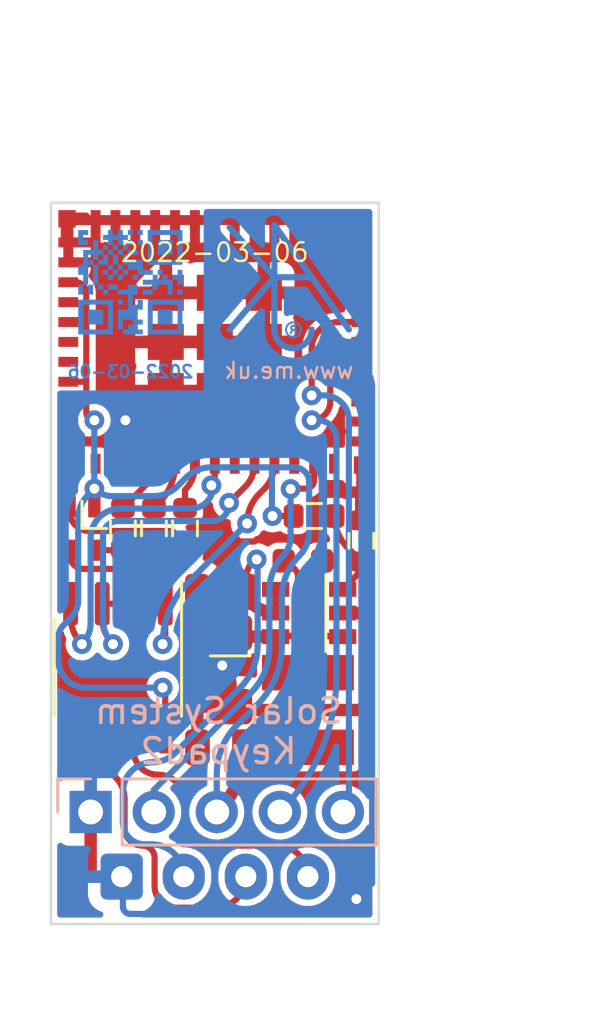
<source format=kicad_pcb>
(kicad_pcb (version 20211014) (generator pcbnew)
  (title_block (title "Generic ESP32 with GPIO") (date "${DATE}") (rev "5") (company "Adrian Kennard Andrews & Arnold Ltd") (comment 1 "www.me.uk") (comment 2 "@TheRealRevK"))
  (layers (0 "F.Cu" signal) (31 "B.Cu" signal) (34 "B.Paste" user) (35 "F.Paste" user) (36 "B.SilkS" user "B.Silkscreen") (37 "F.SilkS" user "F.Silkscreen") (38 "B.Mask" user) (39 "F.Mask" user) (44 "Edge.Cuts" user))
  (property "DATE" "2022-03-06")
  (net 0 "")
  (net 1 "GND")
  (net 2 "+3V3")
  (net 3 "GPIO0")
  (net 4 "O")
  (net 5 "I")
  (net 6 "Net-(R4-Pad2)")
  (net 16 "Net-(J1-Pad4)")
  (net 17 "Net-(J1-Pad3)")
  (net 18 "+12V")
  (net 20 "G")
  (net 21 "R")
  (net 22 "B")
  (net 24 "TX")
  (net 25 "RX")
  (net 26 "DE")
  (net 27 "Net-(D1-Pad4)")
  (net 28 "Net-(D1-Pad3)")
  (net 29 "Net-(D1-Pad2)")
  (footprint "RevK:Hidden" (layer "F.Cu") (at 167.85 115.9)
    (fp_text reference "C3" hide)
    (fp_text value "10uF")
  )
  (footprint "RevK:Hidden" (layer "F.Cu") (at 171.15 108.4)
    (fp_text reference "C1" hide)
    (fp_text value "0.1uF")
  )
  (footprint "RevK:R_0603" (layer "F.Cu") (at 166.4 107.1 90)
    (fp_text reference "R3" hide)
    (fp_text value "220R")
    (fp_line (start -0.3 -0.5) (end 0.3 -0.5) (layer "F.SilkS") (width 0.12))
    (fp_line (start -0.3 0.5) (end 0.3 0.5) (layer "F.SilkS") (width 0.12))
    (pad "1" smd roundrect (at -0.825 0 90) (size 0.8 0.95) (layers "F.Cu" "F.Paste" "F.Mask") (net 27 "Net-(D1-Pad4)"))
    (pad "2" smd roundrect (at 0.825 0 90) (size 0.8 0.95) (layers "F.Cu" "F.Paste" "F.Mask") (net 22 "B"))
  )
  (footprint "RevK:ESP32-PICO-MINI-02" (layer "F.Cu") (at 167.6 99.6)
    (fp_text reference "U2" hide)
    (fp_text value "ESP32-PICO-MINI-02")
    (fp_text user "${DATE}" (at 0 -3.6 unlocked) (layer "F.SilkS") (effects (font (size 0.75 0.75) (thickness 0.1))))
    (pad "1" smd rect (at -5.9 -4) (size 0.8 0.4) (layers "F.Cu" "F.Paste" "F.Mask") (net 1 "GND"))
    (pad "2" smd rect (at -5.9 -3.2) (size 0.8 0.4) (layers "F.Cu" "F.Paste" "F.Mask") (net 1 "GND"))
    (pad "3" smd rect (at -5.9 -2.4) (size 0.8 0.4) (layers "F.Cu" "F.Paste" "F.Mask") (net 2 "+3V3"))
    (pad "4" smd rect (at -5.9 -1.6) (size 0.8 0.4) (layers "F.Cu" "F.Paste" "F.Mask"))
    (pad "5" smd rect (at -5.9 -0.8) (size 0.8 0.4) (layers "F.Cu" "F.Paste" "F.Mask"))
    (pad "6" smd rect (at -5.9 0) (size 0.8 0.4) (layers "F.Cu" "F.Paste" "F.Mask"))
    (pad "7" smd rect (at -5.9 0.8) (size 0.8 0.4) (layers "F.Cu" "F.Paste" "F.Mask"))
    (pad "8" smd rect (at -5.9 1.6) (size 0.8 0.4) (layers "F.Cu" "F.Paste" "F.Mask") (net 2 "+3V3"))
    (pad "9" smd rect (at -5.9 2.4) (size 0.8 0.4) (layers "F.Cu" "F.Paste" "F.Mask"))
    (pad "10" smd rect (at -5.9 3.2) (size 0.8 0.4) (layers "F.Cu" "F.Paste" "F.Mask"))
    (pad "11" smd rect (at -5.9 4) (size 0.8 0.4) (layers "F.Cu" "F.Paste" "F.Mask") (net 1 "GND"))
    (pad "12" smd rect (at -4.8 4.9) (size 0.4 0.8) (layers "F.Cu" "F.Paste" "F.Mask"))
    (pad "13" smd rect (at -4 4.9) (size 0.4 0.8) (layers "F.Cu" "F.Paste" "F.Mask"))
    (pad "14" smd rect (at -3.2 4.9) (size 0.4 0.8) (layers "F.Cu" "F.Paste" "F.Mask") (net 1 "GND"))
    (pad "15" smd rect (at -2.4 4.9) (size 0.4 0.8) (layers "F.Cu" "F.Paste" "F.Mask") (net 21 "R"))
    (pad "16" smd rect (at -1.6 4.9) (size 0.4 0.8) (layers "F.Cu" "F.Paste" "F.Mask") (net 20 "G"))
    (pad "17" smd rect (at -0.8 4.9) (size 0.4 0.8) (layers "F.Cu" "F.Paste" "F.Mask") (net 22 "B"))
    (pad "18" smd rect (at 0 4.9) (size 0.4 0.8) (layers "F.Cu" "F.Paste" "F.Mask") (net 24 "TX"))
    (pad "19" smd rect (at 0.8 4.9) (size 0.4 0.8) (layers "F.Cu" "F.Paste" "F.Mask"))
    (pad "20" smd rect (at 1.6 4.9) (size 0.4 0.8) (layers "F.Cu" "F.Paste" "F.Mask") (net 26 "DE"))
    (pad "21" smd rect (at 2.4 4.9) (size 0.4 0.8) (layers "F.Cu" "F.Paste" "F.Mask") (net 25 "RX"))
    (pad "22" smd rect (at 3.2 4.9) (size 0.4 0.8) (layers "F.Cu" "F.Paste" "F.Mask"))
    (pad "23" smd rect (at 4 4.9) (size 0.4 0.8) (layers "F.Cu" "F.Paste" "F.Mask") (net 3 "GPIO0"))
    (pad "24" smd rect (at 4.8 4.9) (size 0.4 0.8) (layers "F.Cu" "F.Paste" "F.Mask"))
    (pad "25" smd rect (at 5.9 4) (size 0.8 0.4) (layers "F.Cu" "F.Paste" "F.Mask"))
    (pad "26" smd rect (at 5.9 3.2) (size 0.8 0.4) (layers "F.Cu" "F.Paste" "F.Mask"))
    (pad "27" smd rect (at 5.9 2.4) (size 0.8 0.4) (layers "F.Cu" "F.Paste" "F.Mask"))
    (pad "28" smd rect (at 5.9 1.6) (size 0.8 0.4) (layers "F.Cu" "F.Paste" "F.Mask"))
    (pad "29" smd rect (at 5.9 0.8) (size 0.8 0.4) (layers "F.Cu" "F.Paste" "F.Mask"))
    (pad "30" smd rect (at 5.9 0) (size 0.8 0.4) (layers "F.Cu" "F.Paste" "F.Mask") (net 5 "I"))
    (pad "31" smd rect (at 5.9 -0.8) (size 0.8 0.4) (layers "F.Cu" "F.Paste" "F.Mask") (net 4 "O"))
    (pad "32" smd rect (at 5.9 -1.6) (size 0.8 0.4) (layers "F.Cu" "F.Paste" "F.Mask"))
    (pad "33" smd rect (at 5.9 -2.4) (size 0.8 0.4) (layers "F.Cu" "F.Paste" "F.Mask"))
    (pad "34" smd rect (at 5.9 -3.2) (size 0.8 0.4) (layers "F.Cu" "F.Paste" "F.Mask"))
    (pad "35" smd rect (at 5.9 -4) (size 0.8 0.4) (layers "F.Cu" "F.Paste" "F.Mask"))
    (pad "36" smd rect (at 4.8 -4.9) (size 0.4 0.8) (layers "F.Cu" "F.Paste" "F.Mask") (net 1 "GND"))
    (pad "37" smd rect (at 4 -4.9) (size 0.4 0.8) (layers "F.Cu" "F.Paste" "F.Mask") (net 1 "GND"))
    (pad "38" smd rect (at 3.2 -4.9) (size 0.4 0.8) (layers "F.Cu" "F.Paste" "F.Mask") (net 1 "GND"))
    (pad "39" smd rect (at 2.4 -4.9) (size 0.4 0.8) (layers "F.Cu" "F.Paste" "F.Mask") (net 1 "GND"))
    (pad "40" smd rect (at 1.6 -4.9) (size 0.4 0.8) (layers "F.Cu" "F.Paste" "F.Mask") (net 1 "GND"))
    (pad "41" smd rect (at 0.8 -4.9) (size 0.4 0.8) (layers "F.Cu" "F.Paste" "F.Mask") (net 1 "GND"))
    (pad "42" smd rect (at 0 -4.9) (size 0.4 0.8) (layers "F.Cu" "F.Paste" "F.Mask") (net 1 "GND"))
    (pad "43" smd rect (at -0.8 -4.9) (size 0.4 0.8) (layers "F.Cu" "F.Paste" "F.Mask") (net 1 "GND"))
    (pad "44" smd rect (at -1.6 -4.9) (size 0.4 0.8) (layers "F.Cu" "F.Paste" "F.Mask") (net 1 "GND"))
    (pad "45" smd rect (at -2.4 -4.9) (size 0.4 0.8) (layers "F.Cu" "F.Paste" "F.Mask") (net 1 "GND"))
    (pad "46" smd rect (at -3.2 -4.9) (size 0.4 0.8) (layers "F.Cu" "F.Paste" "F.Mask") (net 1 "GND"))
    (pad "47" smd rect (at -4 -4.9) (size 0.4 0.8) (layers "F.Cu" "F.Paste" "F.Mask") (net 1 "GND"))
    (pad "48" smd rect (at -4.8 -4.9) (size 0.4 0.8) (layers "F.Cu" "F.Paste" "F.Mask") (net 1 "GND"))
    (pad "49" smd roundrect (at -1.975 -1.975) (size 1.45 1.45) (layers "F.Cu" "F.Paste" "F.Mask") (roundrect_rratio 0) (chamfer_ratio 0.41) (chamfer top_left) (net 1 "GND"))
    (pad "49" smd rect (at 0 1.975) (size 1.45 1.45) (layers "F.Cu" "F.Paste" "F.Mask") (net 1 "GND"))
    (pad "49" smd rect (at 1.975 1.975) (size 1.45 1.45) (layers "F.Cu" "F.Paste" "F.Mask") (net 1 "GND"))
    (pad "49" smd rect (at -1.975 0) (size 1.45 1.45) (layers "F.Cu" "F.Paste" "F.Mask") (net 1 "GND"))
    (pad "49" smd rect (at 1.975 -1.975) (size 1.45 1.45) (layers "F.Cu" "F.Paste" "F.Mask") (net 1 "GND"))
    (pad "49" smd rect (at -1.975 1.975) (size 1.45 1.45) (layers "F.Cu" "F.Paste" "F.Mask") (net 1 "GND"))
    (pad "49" smd rect (at 0 -1.975) (size 1.45 1.45) (layers "F.Cu" "F.Paste" "F.Mask") (net 1 "GND"))
    (pad "49" smd rect (at 0 0) (size 1.45 1.45) (layers "F.Cu" "F.Paste" "F.Mask") (net 1 "GND"))
    (pad "49" smd rect (at 1.975 0) (size 1.45 1.45) (layers "F.Cu" "F.Paste" "F.Mask") (net 1 "GND"))
    (pad "50" smd rect (at 5.95 -4.95) (size 0.7 0.7) (layers "F.Cu" "F.Paste" "F.Mask") (net 1 "GND"))
    (pad "51" smd rect (at 5.95 4.95) (size 0.7 0.7) (layers "F.Cu" "F.Paste" "F.Mask") (net 1 "GND"))
    (pad "52" smd rect (at -5.95 4.95) (size 0.7 0.7) (layers "F.Cu" "F.Paste" "F.Mask") (net 1 "GND"))
    (pad "53" smd rect (at -5.95 -4.95) (size 0.7 0.7) (layers "F.Cu" "F.Paste" "F.Mask") (net 1 "GND"))
    (zone (net 0) (net_name "") (layer "F.Cu") (connect_pads (clearance 0)) (min_thickness 0.01)
      (keepout (tracks not_allowed) (vias not_allowed) (pads not_allowed) (copperpour not_allowed) (footprints allowed))
      (fill (thermal_gap 0.508) (thermal_bridge_width 0.508))
      (polygon (pts (xy 161 88.6) (xy 174.2 88.6) (xy 174.2 94) (xy 161 94)))
    )
    (zone (net 0) (net_name "") (layer "B.Cu") (connect_pads (clearance 0)) (min_thickness 0.01)
      (keepout (tracks not_allowed) (vias not_allowed) (pads not_allowed) (copperpour not_allowed) (footprints allowed))
      (fill (thermal_gap 0.508) (thermal_bridge_width 0.508))
      (polygon (pts (xy 161 88.6) (xy 174.2 88.6) (xy 174.2 94) (xy 161 94)))
    )
  )
  (footprint "RevK:Hidden" (layer "F.Cu") (at 167.85 109.65)
    (fp_text reference "C2" hide)
    (fp_text value "2.2uF")
  )
  (footprint "RevK:Molex_MiniSPOX_H4V" (layer "F.Cu") (at 167.6 121.1)
    (fp_text reference "J1" hide)
    (fp_text value "Keypad")
    (pad "1" thru_hole roundrect (at -3.75 0) (size 1.7 1.85) (drill 0.85) (layers *.Cu *.Mask) (roundrect_rratio 0.1470588235) (net 1 "GND"))
    (pad "2" thru_hole oval (at -1.25 0) (size 1.7 1.85) (drill 0.85) (layers *.Cu *.Mask) (net 18 "+12V"))
    (pad "3" thru_hole oval (at 1.25 0) (size 1.7 1.85) (drill 0.85) (layers *.Cu *.Mask) (net 17 "Net-(J1-Pad3)"))
    (pad "4" thru_hole oval (at 3.75 0) (size 1.7 1.85) (drill 0.85) (layers *.Cu *.Mask) (net 16 "Net-(J1-Pad4)"))
  )
  (footprint "RevK:R_0603" (layer "F.Cu") (at 171.6 106.6)
    (fp_text reference "R4" hide)
    (fp_text value "10M 1% or 0R")
    (fp_line (start -0.3 0.5) (end 0.3 0.5) (layer "F.SilkS") (width 0.12))
    (fp_line (start -0.3 -0.5) (end 0.3 -0.5) (layer "F.SilkS") (width 0.12))
    (pad "1" smd roundrect (at -0.825 0) (size 0.8 0.95) (layers "F.Cu" "F.Paste" "F.Mask") (net 2 "+3V3"))
    (pad "2" smd roundrect (at 0.825 0) (size 0.8 0.95) (layers "F.Cu" "F.Paste" "F.Mask") (net 6 "Net-(R4-Pad2)"))
  )
  (footprint "Package_SO:SO-8_3.9x4.9mm_P1.27mm" (layer "F.Cu") (at 163.7 112.7 -90)
    (fp_text reference "U1" hide)
    (fp_text value "SP3485")
    (fp_line (start 0 -2.56) (end 1.95 -2.56) (layer "F.SilkS") (width 0.12))
    (fp_line (start 0 2.56) (end 1.95 2.56) (layer "F.SilkS") (width 0.12))
    (fp_line (start 0 2.56) (end -1.95 2.56) (layer "F.SilkS") (width 0.12))
    (fp_line (start 0 -2.56) (end -3.45 -2.56) (layer "F.SilkS") (width 0.12))
    (pad "1" smd roundrect (at -2.575 -1.905 270) (size 1.75 0.6) (layers "F.Cu" "F.Paste" "F.Mask") (net 25 "RX"))
    (pad "2" smd roundrect (at -2.575 -0.635 270) (size 1.75 0.6) (layers "F.Cu" "F.Paste" "F.Mask") (net 26 "DE"))
    (pad "3" smd roundrect (at -2.575 0.635 270) (size 1.75 0.6) (layers "F.Cu" "F.Paste" "F.Mask") (net 26 "DE"))
    (pad "4" smd roundrect (at -2.575 1.905 270) (size 1.75 0.6) (layers "F.Cu" "F.Paste" "F.Mask") (net 24 "TX"))
    (pad "5" smd roundrect (at 2.575 1.905 270) (size 1.75 0.6) (layers "F.Cu" "F.Paste" "F.Mask") (net 1 "GND"))
    (pad "6" smd roundrect (at 2.575 0.635 270) (size 1.75 0.6) (layers "F.Cu" "F.Paste" "F.Mask") (net 17 "Net-(J1-Pad3)"))
    (pad "7" smd roundrect (at 2.575 -0.635 270) (size 1.75 0.6) (layers "F.Cu" "F.Paste" "F.Mask") (net 16 "Net-(J1-Pad4)"))
    (pad "8" smd roundrect (at 2.575 -1.905 270) (size 1.75 0.6) (layers "F.Cu" "F.Paste" "F.Mask") (net 2 "+3V3"))
  )
  (footprint "RevK:Hidden" (layer "F.Cu") (at 168.23 112.78 90)
    (fp_text reference "D2" hide)
    (fp_text value "Schottky")
  )
  (footprint "RevK:LED-RGB-1.6x1.6" (layer "F.Cu") (at 162.25 107.1 90)
    (fp_text reference "D1" hide)
    (fp_text value "LED_RGBA")
    (fp_line (start 0 0) (end 0 1) (layer "F.SilkS") (width 0.12))
    (fp_line (start 1.1 0) (end 0 0) (layer "F.SilkS") (width 0.12))
    (pad "1" smd rect (at 0.875 0.5 90) (size 0.85 0.5) (layers "F.Cu" "F.Paste" "F.Mask") (net 2 "+3V3"))
    (pad "2" smd rect (at -0.875 0.5 90) (size 0.85 0.5) (layers "F.Cu" "F.Paste" "F.Mask") (net 29 "Net-(D1-Pad2)"))
    (pad "3" smd rect (at -0.875 -0.5 90) (size 0.85 0.5) (layers "F.Cu" "F.Paste" "F.Mask") (net 28 "Net-(D1-Pad3)"))
    (pad "4" smd rect (at 0.875 -0.5 90) (size 0.85 0.5) (layers "F.Cu" "F.Paste" "F.Mask") (net 27 "Net-(D1-Pad4)"))
  )
  (footprint "RevK:RegulatorBlockFB" (layer "F.Cu") (at 171.4 110.5 -90)
    (fp_text reference "U3" hide)
    (fp_text value "LMR16006+FB")
    (fp_line (start -1.55 -0.675) (end 1.55 -0.675) (layer "F.SilkS") (width 0.12))
    (fp_line (start 1.725 2.375) (end 1.725 3.975) (layer "F.SilkS") (width 0.12))
    (pad "" smd rect (at 0.95 1.35) (size 1.1 0.6) (layers "F.Cu" "F.Paste" "F.Mask") (clearance 0.2))
    (pad "" smd rect (at 1.9 1.35 270) (size 2 0.5) (layers "F.Cu") (clearance 0.2))
    (pad "" smd custom (at -0.8 -0.45 270) (size 2.6 0.25) (layers "F.Cu") (clearance 0.2) (options (clearance outline) (anchor rect)) (primitives (gr_arc (start 1.75 -0.45) (mid 1.618198 -0.131802) (end 1.3 0) (width 0.25))))
    (pad "" smd roundrect (at -2.1 1.025) (size 0.9 0.95) (layers "F.Cu" "F.Paste" "F.Mask"))
    (pad "" smd roundrect (at 0.7975 3.17 270) (size 1.425 1.75) (layers "F.Cu" "F.Paste" "F.Mask") (roundrect_rratio 0.175) (clearance 0.2))
    (pad "" smd rect (at 0.95 2.3) (size 2 0.5) (layers "F.Cu") (clearance 0.2))
    (pad "" smd roundrect (at -2.1 -0.525) (size 0.9 0.95) (layers "F.Cu" "F.Paste" "F.Mask"))
    (pad "" smd custom (at -0.475 0.45 270) (size 1.95 0.25) (layers "F.Cu") (clearance 0.2) (options (clearance outline) (anchor rect)) (primitives (gr_arc (start 0.975 0) (mid 1.293198 0.131802) (end 1.425 0.45) (width 0.25)) (gr_arc (start -1.425 0.45) (mid -1.293198 0.131802) (end -0.975 0) (width 0.25))))
    (pad "" smd rect (at 2.4 0.05) (size 3.7 1.425) (layers "F.Cu" "F.Mask") (clearance 0.2))
    (pad "" smd rect (at 0.95 -1.35) (size 1.1 0.6) (layers "F.Cu" "F.Paste" "F.Mask") (clearance 0.2))
    (pad "1" smd rect (at -0.95 1.35) (size 1.1 0.6) (layers "F.Cu" "F.Paste" "F.Mask") (net 18 "+12V") (clearance 0.2))
    (pad "2" smd custom (at -1.06 2.55 270) (size 0.1 0.1) (layers "F.Cu") (net 18 "+12V") (options (clearance outline) (anchor rect)) (primitives (gr_arc (start 1 -1) (mid 0.707108 -0.292894) (end 0.000002 0) (width 0.5))))
    (pad "2" smd rect (at 0 1.35) (size 1.1 0.6) (layers "F.Cu" "F.Paste" "F.Mask") (net 18 "+12V") (clearance 0.2))
    (pad "2" smd roundrect (at -0.85 2.6 180) (size 1 1.45) (layers "F.Cu" "F.Paste" "F.Mask") (net 18 "+12V") (clearance 0.2))
    (pad "3" smd roundrect (at 3.7625 3.17 270) (size 1.425 1.75) (layers "F.Cu" "F.Paste" "F.Mask") (roundrect_rratio 0.175) (net 1 "GND") (clearance 0.2))
    (pad "3" smd roundrect (at -0.85 4.5 180) (size 1 1.45) (layers "F.Cu" "F.Paste" "F.Mask") (net 1 "GND"))
    (pad "3" smd roundrect (at 5.4 4.5 180) (size 1 1.45) (layers "F.Cu" "F.Paste" "F.Mask") (net 1 "GND"))
    (pad "3" smd custom (at -1.1 4.5 270) (size 0.1 0.1) (layers "F.Cu") (net 1 "GND") (clearance 0.2) (options (clearance outline) (anchor rect)) (primitives (gr_line (start 0 0) (end 6.6 0) (width 0.5)) (gr_line (start 4.8625 0) (end 4.8625 -1.6) (width 0.5)) (gr_line (start 5 -1.6) (end 5 -6.4) (width 0.5)) (gr_arc (start 4.55 -6.85) (mid 4.868198 -6.718198) (end 5 -6.4) (width 0.5)) (gr_line (start 4.55 -6.85) (end 1.55 -6.85) (width 0.5)) (gr_arc (start 1.1 -6.4) (mid 1.231802 -6.718198) (end 1.55 -6.85) (width 0.5)) (gr_line (start 1.1 -6.4) (end 1.1 -5.9) (width 0.5))))
    (pad "3" smd rect (at 0 -1.35) (size 1.1 0.6) (layers "F.Cu" "F.Paste" "F.Mask") (net 1 "GND") (clearance 0.2))
    (pad "4" smd roundrect (at 5.4 2.6 180) (size 1 1.45) (layers "F.Cu" "F.Paste" "F.Mask") (net 2 "+3V3") (clearance 0.2))
    (pad "4" smd rect (at 5.4 0.05) (size 3.7 1.425) (layers "F.Cu" "F.Mask") (net 2 "+3V3"))
    (pad "4" smd rect (at 5.4 0.8 270) (size 0.5 4) (layers "F.Cu") (net 2 "+3V3"))
    (pad "5" smd rect (at -0.95 -1.35) (size 1.1 0.6) (layers "F.Cu" "F.Paste" "F.Mask") (net 6 "Net-(R4-Pad2)") (clearance 0.2))
  )
  (footprint "RevK:R_0603" (layer "F.Cu") (at 173.5 107.6 -90)
    (fp_text reference "R5" hide)
    (fp_text value "3M 1% or NF")
    (fp_line (start -0.3 -0.5) (end 0.3 -0.5) (layer "F.SilkS") (width 0.12))
    (fp_line (start -0.3 0.5) (end 0.3 0.5) (layer "F.SilkS") (width 0.12))
    (pad "1" smd roundrect (at -0.825 0 270) (size 0.8 0.95) (layers "F.Cu" "F.Paste" "F.Mask") (net 1 "GND"))
    (pad "2" smd roundrect (at 0.825 0 270) (size 0.8 0.95) (layers "F.Cu" "F.Paste" "F.Mask") (net 6 "Net-(R4-Pad2)"))
  )
  (footprint "RevK:R_0603" (layer "F.Cu") (at 165.15 107.1 90)
    (fp_text reference "R2" hide)
    (fp_text value "2K")
    (fp_line (start -0.3 0.5) (end 0.3 0.5) (layer "F.SilkS") (width 0.12))
    (fp_line (start -0.3 -0.5) (end 0.3 -0.5) (layer "F.SilkS") (width 0.12))
    (pad "1" smd roundrect (at -0.825 0 90) (size 0.8 0.95) (layers "F.Cu" "F.Paste" "F.Mask") (net 28 "Net-(D1-Pad3)"))
    (pad "2" smd roundrect (at 0.825 0 90) (size 0.8 0.95) (layers "F.Cu" "F.Paste" "F.Mask") (net 20 "G"))
  )
  (footprint "RevK:R_0603" (layer "F.Cu") (at 163.9 107.1 90)
    (fp_text reference "R1" hide)
    (fp_text value "680R")
    (fp_line (start -0.3 0.5) (end 0.3 0.5) (layer "F.SilkS") (width 0.12))
    (fp_line (start -0.3 -0.5) (end 0.3 -0.5) (layer "F.SilkS") (width 0.12))
    (pad "1" smd roundrect (at -0.825 0 90) (size 0.8 0.95) (layers "F.Cu" "F.Paste" "F.Mask") (net 29 "Net-(D1-Pad2)"))
    (pad "2" smd roundrect (at 0.825 0 90) (size 0.8 0.95) (layers "F.Cu" "F.Paste" "F.Mask") (net 21 "R"))
  )
  (footprint "RevK:Hidden" (layer "F.Cu") (at 171.4 114.4 90)
    (fp_text reference "L1" hide)
    (fp_text value "6.8uH")
  )
  (footprint "RevK:AJK" (layer "B.Cu") (at 170 97 180)
    (fp_text reference "Logo1" hide)
    (fp_text value "AJK" hide)
    (fp_text user "www.me.uk" (at -0.58 -3.75 unlocked) (layer "B.SilkS") (effects (font (size 0.65 0.65) (thickness 0.1)) (justify mirror)))
    (fp_line (start 1.8 2) (end 0 0) (layer "B.Cu") (width 0.25))
    (fp_line (start -0.75 -2.11) (end -0.65 -2.25) (layer "B.Cu") (width 0.08))
    (fp_line (start -0.85 -2.11) (end -0.75 -2.11) (layer "B.Cu") (width 0.08))
    (fp_line (start 0 0) (end 1.8 -2.1) (layer "B.Cu") (width 0.25))
    (fp_line (start -0.85 -1.95) (end -0.85 -2.25) (layer "B.Cu") (width 0.08))
    (fp_line (start 0 0) (end -1.5 0) (layer "B.Cu") (width 0.25))
    (fp_line (start -0.85 -1.95) (end -0.75 -1.95) (layer "B.Cu") (width 0.08))
    (fp_line (start 0 2.1) (end -3 -2.1) (layer "B.Cu") (width 0.25))
    (fp_line (start 0 2.1) (end 0 -2.1) (layer "B.Cu") (width 0.25))
    (fp_arc (start -0.75 -2.11) (mid -0.67 -2.03) (end -0.75 -1.95) (layer "B.Cu") (width 0.08))
    (fp_arc (start -1.5 -2.1) (mid -0.75 -2.85) (end 0 -2.1) (layer "B.Cu") (width 0.25))
    (fp_circle (center -0.77 -2.11) (end -0.47 -2.11) (layer "B.Cu") (width 0.08) (fill none))
  )
  (footprint "RevK:QR-SS" (layer "B.Cu") (at 164.2 97.2 180)
    (fp_text reference "U4" hide)
    (fp_text value "QR" hide)
    (fp_text user "${DATE}" (at 0 -3.6) (layer "B.Cu") (effects (font (size 0.5 0.5) (thickness 0.1)) (justify mirror)))
    (pad "" smd rect locked (at 1.4 -2 180) (size 1.4 0.2) (layers "B.Cu") (clearance 0.2))
    (pad "" smd rect locked (at 0.8 0.2 180) (size 0.2 0.2) (layers "B.Cu") (clearance 0.2))
    (pad "" smd rect locked (at -1 0 180) (size 0.2 0.6) (layers "B.Cu") (clearance 0.2))
    (pad "" smd rect locked (at 0 1.6 180) (size 0.2 0.2) (layers "B.Cu") (clearance 0.2))
    (pad "" smd rect locked (at 1.6 0.8 180) (size 0.2 0.2) (layers "B.Cu") (clearance 0.2))
    (pad "" smd rect locked (at 0.4 -1.5 180) (size 0.2 0.8) (layers "B.Cu") (clearance 0.2))
    (pad "" smd rect locked (at -0.8 1.5 180) (size 0.2 1.2) (layers "B.Cu") (clearance 0.2))
    (pad "" smd rect locked (at 0.4 0.2 180) (size 0.2 0.2) (layers "B.Cu") (clearance 0.2))
    (pad "" smd rect locked (at 0.8 -1.3 180) (size 0.2 1.2) (layers "B.Cu") (clearance 0.2))
    (pad "" smd rect locked (at 2 1.9 180) (size 0.2 0.4) (layers "B.Cu") (clearance 0.2))
    (pad "" smd rect locked (at 2 0.5 180) (size 0.2 0.4) (layers "B.Cu") (clearance 0.2))
    (pad "" smd rect locked (at -1.3 0 180) (size 0.4 0.2) (layers "B.Cu") (clearance 0.2))
    (pad "" smd rect locked (at 1 0.4 180) (size 0.2 0.2) (layers "B.Cu") (clearance 0.2))
    (pad "" smd rect locked (at -1.4 0.2 180) (size 0.2 0.2) (layers "B.Cu") (clearance 0.2))
    (pad "" smd rect locked (at -0.2 -1 180) (size 0.6 0.2) (layers "B.Cu") (clearance 0.2))
    (pad "" smd rect locked (at -0.1 1.2 180) (size 0.4 0.2) (layers "B.Cu") (clearance 0.2))
    (pad "" smd rect locked (at -1.6 -0.2 180) (size 0.2 0.6) (layers "B.Cu") (clearance 0.2))
    (pad "" smd rect locked (at 0.2 1.8 180) (size 0.2 0.2) (layers "B.Cu") (clearance 0.2))
    (pad "" smd rect locked (at 1.4 -0.8 180) (size 1 0.2) (layers "B.Cu") (clearance 0.2))
    (pad "" smd rect locked (at 0 -0.5 180) (size 0.2 0.8) (layers "B.Cu") (clearance 0.2))
    (pad "" smd rect locked (at 0.4 -0.8 180) (size 0.2 0.2) (layers "B.Cu") (clearance 0.2))
    (pad "" smd rect locked (at 0.6 1.8 180) (size 0.2 0.2) (layers "B.Cu") (clearance 0.2))
    (pad "" smd rect locked (at -1.8 0.2 180) (size 0.2 0.2) (layers "B.Cu") (clearance 0.2))
    (pad "" smd rect locked (at -1.4 1.4 180) (size 0.6 0.6) (layers "B.Cu") (clearance 0.2))
    (pad "" smd rect locked (at -0.2 -0.3 180) (size 0.2 0.4) (layers "B.Cu") (clearance 0.2))
    (pad "" smd rect locked (at -0.1 -1.8 180) (size 0.4 0.2) (layers "B.Cu") (clearance 0.2))
    (pad "" smd rect locked (at 1.4 1.3 180) (size 0.2 0.8) (layers "B.Cu") (clearance 0.2))
    (pad "" smd rect locked (at 1 1.4 180) (size 0.2 0.2) (layers "B.Cu") (clearance 0.2))
    (pad "" smd rect locked (at -1.4 2 180) (size 1 0.2) (layers "B.Cu") (clearance 0.2))
    (pad "" smd rect locked (at 0 2 180) (size 0.2 0.2) (layers "B.Cu") (clearance 0.2))
    (pad "" smd rect locked (at 2 -1.3 180) (size 0.2 1.2) (layers "B.Cu") (clearance 0.2))
    (pad "" smd rect locked (at 0.8 1.8 180) (size 0.2 0.6) (layers "B.Cu") (clearance 0.2))
    (pad "" smd rect locked (at 1 1.8 180) (size 0.2 0.2) (layers "B.Cu") (clearance 0.2))
    (pad "" smd rect locked (at 0.6 0.9 180) (size 0.2 0.4) (layers "B.Cu") (clearance 0.2))
    (pad "" smd rect locked (at -0.4 1.6 180) (size 0.2 0.2) (layers "B.Cu") (clearance 0.2))
    (pad "" smd rect locked (at 0.2 1.4 180) (size 0.2 0.2) (layers "B.Cu") (clearance 0.2))
    (pad "" smd rect locked (at -2 0.2 180) (size 0.2 0.6) (layers "B.Cu") (clearance 0.2))
    (pad "" smd rect locked (at 1 -0.4 180) (size 0.2 0.2) (layers "B.Cu") (clearance 0.2))
    (pad "" smd rect locked (at 0.3 -0.4 180) (size 0.4 0.2) (layers "B.Cu") (clearance 0.2))
    (pad "" smd rect locked (at 0.8 0.6 180) (size 0.2 0.2) (layers "B.Cu") (clearance 0.2))
    (pad "" smd rect locked (at 1.2 -0.2 180) (size 0.2 0.2) (layers "B.Cu") (clearance 0.2))
    (pad "" smd rect locked (at -0.7 0 180) (size 0.4 0.2) (layers "B.Cu") (clearance 0.2))
    (pad "" smd rect locked (at 0.6 1.4 180) (size 0.2 0.2) (layers "B.Cu") (clearance 0.2))
    (pad "" smd rect locked (at -0.6 0.4 180) (size 0.6 0.2) (layers "B.Cu") (clearance 0.2))
    (pad "" smd rect locked (at 1.6 -0.3 180) (size 0.2 0.4) (layers "B.Cu") (clearance 0.2))
    (pad "" smd rect locked (at 1.1 0.8 180) (size 0.4 0.2) (layers "B.Cu") (clearance 0.2))
    (pad "" smd rect locked (at 1.2 1.2 180) (size 0.2 0.2) (layers "B.Cu") (clearance 0.2))
    (pad "" smd rect locked (at 1.4 -1.4 180) (size 0.6 0.6) (layers "B.Cu") (clearance 0.2))
    (pad "" smd rect locked (at -0.2 0.7 180) (size 0.6 0.4) (layers "B.Cu") (clearance 0.2))
    (pad "" smd rect locked (at 1.4 0.3 180) (size 0.2 0.8) (layers "B.Cu") (clearance 0.2))
    (pad "" smd rect locked (at 0.4 1.8 180) (size 0.2 0.6) (layers "B.Cu") (clearance 0.2))
    (pad "" smd rect locked (at 0.7 -0.2 180) (size 0.4 0.2) (layers "B.Cu") (clearance 0.2))
    (pad "" smd rect locked (at -0.7 -0.4 180) (size 0.4 0.2) (layers "B.Cu") (clearance 0.2))
    (pad "" smd rect locked (at -2 1.5 180) (size 0.2 1.2) (layers "B.Cu") (clearance 0.2))
    (pad "" smd rect locked (at 0.4 0.6 180) (size 0.2 0.2) (layers "B.Cu") (clearance 0.2))
    (pad "" smd rect locked (at -1.4 -2 180) (size 1.4 0.2) (layers "B.Cu") (clearance 0.2))
    (pad "" smd rect locked (at -1.4 -0.8 180) (size 1 0.2) (layers "B.Cu") (clearance 0.2))
    (pad "" smd rect locked (at -0.3 -1.6 180) (size 0.4 0.2) (layers "B.Cu") (clearance 0.2))
    (pad "" smd rect locked (at 1.9 1.6 180) (size 0.4 0.2) (layers "B.Cu") (clearance 0.2))
    (pad "" smd rect locked (at -2 -1.3 180) (size 0.2 1.2) (layers "B.Cu") (clearance 0.2))
    (pad "" smd rect locked (at -0.4 -0.8 180) (size 0.2 0.2) (layers "B.Cu") (clearance 0.2))
    (pad "" smd rect locked (at 0.6 0.4 180) (size 0.2 0.2) (layers "B.Cu") (clearance 0.2))
    (pad "" smd rect locked (at 0 -1.3 180) (size 0.6 0.4) (layers "B.Cu") (clearance 0.2))
    (pad "" smd rect locked (at 1.8 2 180) (size 0.2 0.2) (layers "B.Cu") (clearance 0.2))
    (pad "" smd rect locked (at -0.1 -2 180) (size 0.8 0.2) (layers "B.Cu") (clearance 0.2))
    (pad "" smd rect locked (at 0.8 1.2 180) (size 0.2 0.2) (layers "B.Cu") (clearance 0.2))
    (pad "" smd rect locked (at 1 1 180) (size 0.2 0.2) (layers "B.Cu") (clearance 0.2))
    (pad "" smd rect locked (at -2 -0.4 180) (size 0.2 0.2) (layers "B.Cu") (clearance 0.2))
    (pad "" smd rect locked (at -0.8 -1.3 180) (size 0.2 1.2) (layers "B.Cu") (clearance 0.2))
    (pad "" smd rect locked (at 1.8 0.6 180) (size 0.2 1.4) (layers "B.Cu") (clearance 0.2))
    (pad "" smd rect locked (at -0.2 0.2 180) (size 0.2 0.2) (layers "B.Cu") (clearance 0.2))
    (pad "" smd rect locked (at 0.2 0.4 180) (size 0.2 0.2) (layers "B.Cu") (clearance 0.2))
    (pad "" smd rect locked (at 1.6 1.2 180) (size 0.2 0.2) (layers "B.Cu") (clearance 0.2))
    (pad "" smd rect locked (at -1.4 -1.4 180) (size 0.6 0.6) (layers "B.Cu") (clearance 0.2))
    (pad "" smd rect locked (at 0.2 0.9 180) (size 0.2 0.4) (layers "B.Cu") (clearance 0.2))
    (pad "" smd rect locked (at -1.2 0.4 180) (size 0.2 0.2) (layers "B.Cu") (clearance 0.2))
    (pad "" smd rect locked (at 0.4 1.2 180) (size 0.2 0.2) (layers "B.Cu") (clearance 0.2))
    (pad "" smd rect locked (at -1.4 0.8 180) (size 1.4 0.2) (layers "B.Cu") (clearance 0.2))
    (pad "" smd rect locked (at -0.4 2 180) (size 0.2 0.2) (layers "B.Cu") (clearance 0.2))
    (pad "" smd rect locked (at 2 -0.3 180) (size 0.2 0.4) (layers "B.Cu") (clearance 0.2))
    (zone (net 0) (net_name "") (layer "B.Cu") (connect_pads (clearance 0)) (min_thickness 0.254)
      (keepout (tracks not_allowed) (vias not_allowed) (pads allowed) (copperpour not_allowed) (footprints not_allowed))
      (fill (thermal_gap 0.508) (thermal_bridge_width 0.508))
      (polygon (pts (xy 161.25 101.55) (xy 167.15 101.55) (xy 167.15 94.25) (xy 161.25 94.25)))
    )
  )
  (footprint "Connector_PinHeader_2.54mm:PinHeader_1x05_P2.54mm_Vertical" (layer "B.Cu") (at 162.6 118.5 -90)
    (fp_text reference "J2" hide)
    (fp_text value "Prog")
    (fp_line (start 1.33 -1.27) (end 1.33 -11.49) (layer "B.SilkS") (width 0.12))
    (fp_line (start -1.33 0) (end -1.33 1.33) (layer "B.SilkS") (width 0.12))
    (fp_line (start -1.33 1.33) (end 0 1.33) (layer "B.SilkS") (width 0.12))
    (fp_line (start -1.33 -1.27) (end 1.33 -1.27) (layer "B.SilkS") (width 0.12))
    (fp_line (start -1.33 -1.27) (end -1.33 -11.49) (layer "B.SilkS") (width 0.12))
    (fp_line (start -1.33 -11.49) (end 1.33 -11.49) (layer "B.SilkS") (width 0.12))
    (pad "1" thru_hole rect (at 0 0 270) (size 1.7 1.7) (drill 1) (layers *.Cu *.Mask) (net 1 "GND"))
    (pad "2" thru_hole oval (at 0 -2.54 270) (size 1.7 1.7) (drill 1) (layers *.Cu *.Mask) (net 3 "GPIO0"))
    (pad "3" thru_hole oval (at 0 -5.08 270) (size 1.7 1.7) (drill 1) (layers *.Cu *.Mask) (net 2 "+3V3"))
    (pad "4" thru_hole oval (at 0 -7.62 270) (size 1.7 1.7) (drill 1) (layers *.Cu *.Mask) (net 5 "I"))
    (pad "5" thru_hole oval (at 0 -10.16 270) (size 1.7 1.7) (drill 1) (layers *.Cu *.Mask) (net 4 "O"))
  )
  (gr_line (start 161 94) (end 161 123) (layer "Edge.Cuts") (width 0.1))
  (gr_line (start 161 123) (end 174.2 123) (layer "Edge.Cuts") (width 0.1))
  (gr_line (start 174.2 94) (end 161 94) (layer "Edge.Cuts") (width 0.1))
  (gr_line (start 174.2 123) (end 174.2 94) (layer "Edge.Cuts") (width 0.1))
  (gr_text "Solar System\nKeypad2" (at 167.75 115.25) (layer "B.SilkS") (effects (font (size 1 1)) (justify mirror)))
  (segment (start 171.613919 107.361226) (end 171.669929 107.264214) (width 0.25) (layer "F.Cu") (net 1))
  (segment (start 171.698922 107.15601) (end 171.7 107.1) (width 0.25) (layer "F.Cu") (net 1))
  (segment (start 165.65 99.6) (end 165.65 97.65) (width 0.25) (layer "F.Cu") (net 1))
  (segment (start 167.77099 108.721294) (end 167.882968 108.501524) (width 0.25) (layer "F.Cu") (net 1))
  (segment (start 171.874114 105.874114) (end 171.979561 105.790024) (width 0.25) (layer "F.Cu") (net 1))
  (segment (start 173.3374 105.730338) (end 173.414005 105.785995) (width 0.25) (layer "F.Cu") (net 1))
  (segment (start 168.026264 107.756178) (end 168.075319 107.671212) (width 0.25) (layer "F.Cu") (net 1))
  (segment (start 171.731505 106.101075) (end 171.790024 105.979561) (width 0.25) (layer "F.Cu") (net 1))
  (segment (start 171.979561 105.790024) (end 172.101075 105.731505) (width 0.25) (layer "F.Cu") (net 1))
  (segment (start 167.6 97.65) (end 165.65 97.65) (width 0.25) (layer "F.Cu") (net 1))
  (segment (start 171.273482 107.526518) (end 171.329492 107.52544) (width 0.25) (layer "F.Cu") (net 1))
  (segment (start 172.232565 105.701494) (end 172.3 105.7) (width 0.25) (layer "F.Cu") (net 1))
  (segment (start 168.373482 107.526518) (end 168.501918 107.526518) (width 0.25) (layer "F.Cu") (net 1))
  (segment (start 169.200099 107.624501) (end 169.298082 107.526518) (width 0.25) (layer "F.Cu") (net 1))
  (segment (start 171.437696 107.496447) (end 171.534708 107.440437) (width 0.25) (layer "F.Cu") (net 1))
  (segment (start 173.2 105.7) (end 173.247345 105.701077) (width 0.25) (layer "F.Cu") (net 1))
  (segment (start 168.075319 107.671212) (end 168.144694 107.601837) (width 0.25) (layer "F.Cu") (net 1))
  (segment (start 167.882968 108.501524) (end 167.959188 108.266943) (width 0.25) (layer "F.Cu") (net 1))
  (segment (start 166.9 109.65) (end 167.540381 109.00962) (width 0.25) (layer "F.Cu") (net 1))
  (segment (start 167.626011 108.92084) (end 167.77099 108.721294) (width 0.25) (layer "F.Cu") (net 1))
  (segment (start 162.6 121.1) (end 163.85 121.1) (width 0.5) (layer "F.Cu") (net 1))
  (segment (start 172.3 105.7) (end 173.2 105.7) (width 0.25) (layer "F.Cu") (net 1))
  (segment (start 168.000872 107.850945) (end 168.026264 107.756178) (width 0.25) (layer "F.Cu") (net 1))
  (segment (start 168.599901 107.624501) (end 169.200099 107.624501) (width 0.25) (layer "F.Cu") (net 1))
  (segment (start 173.498923 105.952655) (end 173.5 106) (width 0.25) (layer "F.Cu") (net 1))
  (segment (start 168.501918 107.526518) (end 168.599901 107.624501) (width 0.25) (layer "F.Cu") (net 1))
  (segment (start 173.414005 105.785995) (end 173.469662 105.8626) (width 0.25) (layer "F.Cu") (net 1))
  (segment (start 172.101075 105.731505) (end 172.232565 105.701494) (width 0.25) (layer "F.Cu") (net 1))
  (segment (start 171.701494 106.232565) (end 171.731505 106.101075) (width 0.25) (layer "F.Cu") (net 1))
  (segment (start 168.324427 107.52739) (end 168.373482 107.526518) (width 0.25) (layer "F.Cu") (net 1))
  (segment (start 162.6 118.7) (end 162.6 121.1) (width 0.5) (layer "F.Cu") (net 1))
  (segment (start 171.790024 105.979561) (end 171.874114 105.874114) (width 0.25) (layer "F.Cu") (net 1))
  (segment (start 168.144694 107.601837) (end 168.22966 107.552782) (width 0.25) (layer "F.Cu") (net 1))
  (segment (start 167.959188 108.266943) (end 167.997773 108.023327) (width 0.25) (layer "F.Cu") (net 1))
  (segment (start 168.23 114.2625) (end 168.23 113.40619) (width 0.5) (layer "F.Cu") (net 1))
  (segment (start 168 107.9) (end 168.000872 107.850945) (width 0.25) (layer "F.Cu") (net 1))
  (segment (start 173.247345 105.701077) (end 173.3374 105.730338) (width 0.25) (layer "F.Cu") (net 1))
  (segment (start 173.5 106) (end 173.5 106.775) (width 0.25) (layer "F.Cu") (net 1))
  (segment (start 171.7 106.3) (end 171.701494 106.232565) (width 0.25) (layer "F.Cu") (net 1))
  (segment (start 168.22966 107.552782) (end 168.324427 107.52739) (width 0.25) (layer "F.Cu") (net 1))
  (segment (start 171.7 107.1) (end 171.7 106.3) (width 0.25) (layer "F.Cu") (net 1))
  (segment (start 173.469662 105.8626) (end 173.498923 105.952655) (width 0.25) (layer "F.Cu") (net 1))
  (segment (start 167.997773 108.023327) (end 168 107.9) (width 0.25) (layer "F.Cu") (net 1))
  (segment (start 169.298082 107.526518) (end 171.273482 107.526518) (width 0.25) (layer "F.Cu") (net 1))
  (segment (start 171.669929 107.264214) (end 171.698922 107.15601) (width 0.25) (layer "F.Cu") (net 1))
  (segment (start 171.534708 107.440437) (end 171.613919 107.361226) (width 0.25) (layer "F.Cu") (net 1))
  (segment (start 167.540381 109.00962) (end 167.626011 108.92084) (width 0.25) (layer "F.Cu") (net 1))
  (segment (start 171.329492 107.52544) (end 171.437696 107.496447) (width 0.25) (layer "F.Cu") (net 1))
  (via (at 167.9 112.6095) (size 0.8) (drill 0.4) (layers "F.Cu" "B.Cu") (net 1))
  (via (at 164 102.75) (size 0.8) (drill 0.4) (layers "F.Cu" "B.Cu") (net 1))
  (via (at 173.3 122) (size 0.8) (drill 0.4) (layers "F.Cu" "B.Cu") (net 1))
  (arc (start 168.23 113.40619) (mid 168.144236 112.975024) (end 167.9 112.6095) (width 0.5) (layer "F.Cu") (net 1))
  (segment (start 172.7 122.6) (end 164.2 122.6) (width 0.25) (layer "B.Cu") (net 1))
  (segment (start 164 102.75) (end 169.25 102.75) (width 0.25) (layer "B.Cu") (net 1))
  (segment (start 172.75 100.25) (end 171.75 100.25) (width 0.25) (layer "B.Cu") (net 1))
  (segment (start 173.3 122) (end 173.934511 121.365489) (width 0.25) (layer "B.Cu") (net 1))
  (segment (start 163.9 122.3) (end 163.9 121.15) (width 0.25) (layer "B.Cu") (net 1))
  (segment (start 173.934511 121.365489) (end 173.934511 101.434511) (width 0.25) (layer "B.Cu") (net 1))
  (arc (start 169.25 102.75) (mid 170.133883 102.383883) (end 170.5 101.5) (width 0.25) (layer "B.Cu") (net 1))
  (arc (start 173.3 122) (mid 173.124264 122.424264) (end 172.7 122.6) (width 0.25) (layer "B.Cu") (net 1))
  (arc (start 173.934511 101.434511) (mid 173.587576 100.596935) (end 172.75 100.25) (width 0.25) (layer "B.Cu") (net 1))
  (arc (start 163.9 121.15) (mid 163.885355 121.114645) (end 163.85 121.1) (width 0.25) (layer "B.Cu") (net 1))
  (arc (start 171.75 100.25) (mid 170.866117 100.616117) (end 170.5 101.5) (width 0.25) (layer "B.Cu") (net 1))
  (arc (start 164.2 122.6) (mid 163.987868 122.512132) (end 163.9 122.3) (width 0.25) (layer "B.Cu") (net 1))
  (segment (start 162.424511 97.624511) (end 162.424511 101.125489) (width 0.25) (layer "F.Cu") (net 2))
  (segment (start 162.35 101.2) (end 161.7 101.2) (width 0.25) (layer "F.Cu") (net 2))
  (segment (start 170.775 106.6) (end 169.9245 106.6) (width 0.25) (layer "F.Cu") (net 2))
  (segment (start 167.753482 118.426518) (end 167.68 118.5) (width 0.5) (layer "F.Cu") (net 2))
  (segment (start 165.605 113.753492) (end 165.605 115.275) (width 0.25) (layer "F.Cu") (net 2))
  (segment (start 162.75 106.225) (end 162.75 105.5) (width 0.25) (layer "F.Cu") (net 2))
  (segment (start 162.424511 102.424511) (end 162.424511 101.125489) (width 0.25) (layer "F.Cu") (net 2))
  (segment (start 162 97.2) (end 161.7 97.2) (width 0.25) (layer "F.Cu") (net 2))
  (via (at 169.9245 106.6) (size 0.8) (drill 0.4) (layers "F.Cu" "B.Cu") (net 2))
  (via (at 162.75 105.5) (size 0.8) (drill 0.4) (layers "F.Cu" "B.Cu") (net 2))
  (via (at 162.75 102.75) (size 0.8) (drill 0.4) (layers "F.Cu" "B.Cu") (net 2))
  (via (at 165.5 113.5) (size 0.8) (drill 0.4) (layers "F.Cu" "B.Cu") (net 2))
  (arc (start 168.8 115.9) (mid 168.528019 117.267342) (end 167.753482 118.426518) (width 0.5) (layer "F.Cu") (net 2))
  (arc (start 162.424511 101.125489) (mid 162.402687 101.178176) (end 162.35 101.2) (width 0.25) (layer "F.Cu") (net 2))
  (arc (start 165.5 113.5) (mid 165.577711 113.616303) (end 165.605 113.753492) (width 0.25) (layer "F.Cu") (net 2))
  (arc (start 162.424511 97.624511) (mid 162.300175 97.324336) (end 162 97.2) (width 0.25) (layer "F.Cu") (net 2))
  (arc (start 162.75 102.75) (mid 162.519845 102.654666) (end 162.424511 102.424511) (width 0.25) (layer "F.Cu") (net 2))
  (segment (start 161.3 112.4) (end 161.3 111.5) (width 0.25) (layer "B.Cu") (net 2))
  (segment (start 165.5 113.5) (end 162.4 113.5) (width 0.25) (layer "B.Cu") (net 2))
  (segment (start 169.9 104.7) (end 169.9 106.5755) (width 0.25) (layer "B.Cu") (net 2))
  (segment (start 162.1 109.975736) (end 162.1 106.707106) (width 0.25) (layer "B.Cu") (net 2))
  (segment (start 170.3 111.8) (end 170.3 109.889949) (width 0.25) (layer "B.Cu") (net 2))
  (segment (start 165.134315 105.8) (end 163.55 105.8) (width 0.25) (layer "B.Cu") (net 2))
  (segment (start 162.75 102.75) (end 162.75 105.5) (width 0.25) (layer "B.Cu") (net 2))
  (segment (start 166.439741 105.060259) (end 166.1 105.4) (width 0.25) (layer "B.Cu") (net 2))
  (segment (start 161.512132 110.987868) (end 161.8 110.7) (width 0.25) (layer "B.Cu") (net 2))
  (segment (start 171.4 105.3) (end 171.398506 105.232565) (width 0.25) (layer "B.Cu") (net 2))
  (segment (start 162.75 105.5) (end 162.493934 105.756066) (width 0.25) (layer "B.Cu") (net 2))
  (segment (start 169.9 106.5755) (end 169.9245 106.6) (width 0.25) (layer "B.Cu") (net 2))
  (segment (start 169.31005 114.18995) (end 168.5 115) (width 0.25) (layer "B.Cu") (net 2))
  (segment (start 163.474264 105.8) (end 163.55 105.8) (width 0.25) (layer "B.Cu") (net 2))
  (segment (start 170.81014 104.644199) (end 167.444199 104.644199) (width 0.25) (layer "B.Cu") (net 2))
  (segment (start 167.68 118.5) (end 167.68 116.979655) (width 0.25) (layer "B.Cu") (net 2))
  (segment (start 171.4 107.234315) (end 171.4 105.3) (width 0.25) (layer "B.Cu") (net 2))
  (arc (start 167.444199 104.644199) (mid 166.90059 104.75233) (end 166.439741 105.060259) (width 0.25) (layer "B.Cu") (net 2))
  (arc (start 162.4 113.5) (mid 161.622183 113.177817) (end 161.3 112.4) (width 0.25) (layer "B.Cu") (net 2))
  (arc (start 161.3 111.5) (mid 161.355131 111.222836) (end 161.512132 110.987868) (width 0.25) (layer "B.Cu") (net 2))
  (arc (start 162.493934 105.756066) (mid 162.20238 106.192406) (end 162.1 106.707106) (width 0.25) (layer "B.Cu") (net 2))
  (arc (start 161.8 110.7) (mid 162.022033 110.367705) (end 162.1 109.975736) (width 0.25) (layer "B.Cu") (net 2))
  (arc (start 169.31005 114.18995) (mid 170.042721 113.093432) (end 170.3 111.8) (width 0.25) (layer "B.Cu") (net 2))
  (arc (start 171 108.2) (mid 171.296044 107.75694) (end 171.4 107.234315) (width 0.25) (layer "B.Cu") (net 2))
  (arc (start 166.1 105.4) (mid 165.65694 105.696043) (end 165.134315 105.8) (width 0.25) (layer "B.Cu") (net 2))
  (arc (start 167.68 116.979655) (mid 167.893111 115.908274) (end 168.5 115) (width 0.25) (layer "B.Cu") (net 2))
  (arc (start 162.75 105.5) (mid 163.082295 105.722033) (end 163.474264 105.8) (width 0.25) (layer "B.Cu") (net 2))
  (arc (start 170.3 109.889949) (mid 170.481924 108.975355) (end 171 108.2) (width 0.25) (layer "B.Cu") (net 2))
  (arc (start 171.398506 105.232565) (mid 171.226178 104.816527) (end 170.81014 104.644199) (width 0.25) (layer "B.Cu") (net 2))
  (segment (start 171.6 104.5) (end 171.6 105.15) (width 0.25) (layer "F.Cu") (net 3))
  (segment (start 171.305215 105.498615) (end 170.668159 105.498615) (width 0.25) (layer "F.Cu") (net 3))
  (segment (start 170.668159 105.498615) (end 170.653056 105.513718) (width 0.25) (layer "F.Cu") (net 3))
  (via (at 170.653056 105.513718) (size 0.8) (drill 0.4) (layers "F.Cu" "B.Cu") (net 3))
  (arc (start 171.6 105.15) (mid 171.516142 105.377307) (end 171.305215 105.498615) (width 0.25) (layer "F.Cu") (net 3))
  (segment (start 170.607815 107.760846) (end 170.650667 107.545416) (width 0.25) (layer "B.Cu") (net 3))
  (segment (start 165.14 117.624296) (end 165.14 118.5) (width 0.25) (layer "B.Cu") (net 3))
  (segment (start 170.653056 107.435591) (end 170.653056 105.513718) (width 0.25) (layer "B.Cu") (net 3))
  (segment (start 165.14 117.624296) (end 169.041415 113.72288) (width 0.25) (layer "B.Cu") (net 3))
  (segment (start 170.523758 107.963777) (end 170.607815 107.760846) (width 0.25) (layer "B.Cu") (net 3))
  (segment (start 170.650667 107.545416) (end 170.653056 107.435591) (width 0.25) (layer "B.Cu") (net 3))
  (segment (start 169.797509 111.897509) (end 169.797509 109.605118) (width 0.25) (layer "B.Cu") (net 3))
  (segment (start 170.401726 108.14641) (end 170.523758 107.963777) (width 0.25) (layer "B.Cu") (net 3))
  (arc (start 169.797509 109.605118) (mid 169.95454 108.815671) (end 170.401726 108.14641) (width 0.25) (layer "B.Cu") (net 3))
  (arc (start 169.797509 111.897509) (mid 169.601007 112.885393) (end 169.041415 113.72288) (width 0.25) (layer "B.Cu") (net 3))
  (segment (start 171.5 99.889338) (end 171.5 101.75) (width 0.25) (layer "F.Cu") (net 4))
  (segment (start 173.5 98.8) (end 172.589338 98.8) (width 0.25) (layer "F.Cu") (net 4))
  (via (at 171.5 101.75) (size 0.8) (drill 0.4) (layers "F.Cu" "B.Cu") (net 4))
  (arc (start 172.589338 98.8) (mid 171.81906 99.11906) (end 171.5 99.889338) (width 0.25) (layer "F.Cu") (net 4))
  (segment (start 171.5 101.75) (end 172 101.75) (width 0.25) (layer "B.Cu") (net 4))
  (segment (start 173 102.75) (end 173 118.26) (width 0.25) (layer "B.Cu") (net 4))
  (arc (start 173 118.26) (mid 172.929706 118.429706) (end 172.76 118.5) (width 0.25) (layer "B.Cu") (net 4))
  (arc (start 172 101.75) (mid 172.707107 102.042893) (end 173 102.75) (width 0.25) (layer "B.Cu") (net 4))
  (segment (start 173.5 99.6) (end 172.9 99.6) (width 0.25) (layer "F.Cu") (net 5))
  (segment (start 172.25 100.25) (end 172.25 101.75) (width 0.25) (layer "F.Cu") (net 5))
  (segment (start 172.25 102) (end 172.25 101.75) (width 0.25) (layer "F.Cu") (net 5))
  (via (at 171.5 102.75) (size 0.8) (drill 0.4) (layers "F.Cu" "B.Cu") (net 5))
  (arc (start 171.5 102.75) (mid 172.03033 102.53033) (end 172.25 102) (width 0.25) (layer "F.Cu") (net 5))
  (arc (start 172.9 99.6) (mid 172.440381 99.790381) (end 172.25 100.25) (width 0.25) (layer "F.Cu") (net 5))
  (segment (start 171.5 102.75) (end 171.75 102.75) (width 0.25) (layer "B.Cu") (net 5))
  (segment (start 172.5 103.5) (end 172.5 112.995594) (width 0.25) (layer "B.Cu") (net 5))
  (arc (start 172.5 112.995594) (mid 171.907447 115.974557) (end 170.22 118.5) (width 0.25) (layer "B.Cu") (net 5))
  (arc (start 171.75 102.75) (mid 172.28033 102.96967) (end 172.5 103.5) (width 0.25) (layer "B.Cu") (net 5))
  (segment (start 172.95533 107.88033) (end 173.5 108.425) (width 0.25) (layer "F.Cu") (net 6))
  (segment (start 173.234835 109.065165) (end 172.75 109.55) (width 0.25) (layer "F.Cu") (net 6))
  (arc (start 172.425 106.6) (mid 172.562828 107.29291) (end 172.95533 107.88033) (width 0.25) (layer "F.Cu") (net 6))
  (arc (start 173.5 108.425) (mid 173.431086 108.771455) (end 173.234835 109.065165) (width 0.25) (layer "F.Cu") (net 6))
  (segment (start 167.55048 119.85048) (end 170.10048 119.85048) (width 0.25) (layer "F.Cu") (net 16))
  (segment (start 164.335 115.275) (end 164.335 116.035) (width 0.25) (layer "F.Cu") (net 16))
  (segment (start 166.4 118.1) (end 166.4 118.7) (width 0.25) (layer "F.Cu") (net 16))
  (arc (start 170.10048 119.85048) (mid 170.984024 120.216456) (end 171.35 121.1) (width 0.25) (layer "F.Cu") (net 16))
  (arc (start 165.3 117) (mid 166.077817 117.322183) (end 166.4 118.1) (width 0.25) (layer "F.Cu") (net 16))
  (arc (start 164.335 116.035) (mid 164.617642 116.717358) (end 165.3 117) (width 0.25) (layer "F.Cu") (net 16))
  (arc (start 166.4 118.7) (mid 166.736968 119.513512) (end 167.55048 119.85048) (width 0.25) (layer "F.Cu") (net 16))
  (segment (start 163.065 115.808396) (end 163.065 115.275) (width 0.25) (layer "F.Cu") (net 17))
  (segment (start 163.965489 119.127996) (end 163.965489 117.982368) (width 0.25) (layer "F.Cu") (net 17))
  (segment (start 166.04952 122.34952) (end 167.60048 122.34952) (width 0.25) (layer "F.Cu") (net 17))
  (segment (start 165.17548 121.47548) (end 165.17548 120.337987) (width 0.25) (layer "F.Cu") (net 17))
  (arc (start 166.04952 122.34952) (mid 165.43148 122.09352) (end 165.17548 121.47548) (width 0.25) (layer "F.Cu") (net 17))
  (arc (start 168.85 121.1) (mid 168.484024 121.983544) (end 167.60048 122.34952) (width 0.25) (layer "F.Cu") (net 17))
  (arc (start 165.17548 120.337987) (mid 165.032693 119.993267) (end 164.687973 119.85048) (width 0.25) (layer "F.Cu") (net 17))
  (arc (start 164.687973 119.85048) (mid 164.1771 119.638869) (end 163.965489 119.127996) (width 0.25) (layer "F.Cu") (net 17))
  (arc (start 163.965489 117.982368) (mid 163.870502 117.504834) (end 163.6 117.1) (width 0.25) (layer "F.Cu") (net 17))
  (arc (start 163.6 117.1) (mid 163.204042 116.507407) (end 163.065 115.808396) (width 0.25) (layer "F.Cu") (net 17))
  (segment (start 168.8 109.65) (end 168.8 109.394805) (width 0.25) (layer "F.Cu") (net 18))
  (segment (start 169.035946 108.548152) (end 169.240054 108.344044) (width 0.25) (layer "F.Cu") (net 18))
  (segment (start 170.05 109.55) (end 170.05 110.5) (width 0.25) (layer "F.Cu") (net 18))
  (segment (start 169.240054 108.344044) (end 169.284711 108.344044) (width 0.25) (layer "F.Cu") (net 18))
  (via (at 169.284711 108.344044) (size 0.8) (drill 0.4) (layers "F.Cu" "B.Cu") (net 18))
  (arc (start 168.8 109.394805) (mid 168.860731 108.955734) (end 169.035946 108.548152) (width 0.25) (layer "F.Cu") (net 18))
  (segment (start 163.9 117.7) (end 163.9 118.92101) (width 0.25) (layer "B.Cu") (net 18))
  (segment (start 169.3255 108.384833) (end 169.3255 111.797298) (width 0.25) (layer "B.Cu") (net 18))
  (segment (start 168.614296 113.514296) (end 166.002363 116.126229) (width 0.25) (layer "B.Cu") (net 18))
  (segment (start 169.284711 108.344044) (end 169.3255 108.384833) (width 0.25) (layer "B.Cu") (net 18))
  (segment (start 164.77899 119.8) (end 165.05 119.8) (width 0.25) (layer "B.Cu") (net 18))
  (arc (start 166.002363 116.126229) (mid 165.588355 116.40286) (end 165.1 116.5) (width 0.25) (layer "B.Cu") (net 18))
  (arc (start 165.05 119.8) (mid 165.969239 120.180761) (end 166.35 121.1) (width 0.25) (layer "B.Cu") (net 18))
  (arc (start 169.3255 111.797298) (mid 169.140664 112.726531) (end 168.614296 113.514296) (width 0.25) (layer "B.Cu") (net 18))
  (arc (start 163.9 118.92101) (mid 164.15745 119.54255) (end 164.77899 119.8) (width 0.25) (layer "B.Cu") (net 18))
  (arc (start 165.1 116.5) (mid 164.251472 116.851472) (end 163.9 117.7) (width 0.25) (layer "B.Cu") (net 18))
  (segment (start 165.345926 106.079074) (end 165.15 106.275) (width 0.25) (layer "F.Cu") (net 20))
  (arc (start 166 104.5) (mid 165.830012 105.354589) (end 165.345926 106.079074) (width 0.25) (layer "F.Cu") (net 20))
  (segment (start 164.864124 105.310875) (end 163.9 106.275) (width 0.25) (layer "F.Cu") (net 21))
  (arc (start 165.2 104.5) (mid 165.112709 104.938843) (end 164.864124 105.310875) (width 0.25) (layer "F.Cu") (net 21))
  (segment (start 166.4 105.55) (end 166.4 106.275) (width 0.25) (layer "F.Cu") (net 22))
  (segment (start 166.8 104.584315) (end 166.8 104.5) (width 0.25) (layer "F.Cu") (net 22))
  (arc (start 166.4 105.55) (mid 166.696044 105.10694) (end 166.8 104.584315) (width 0.25) (layer "F.Cu") (net 22))
  (segment (start 167.6 104.5) (end 167.6 105.230564) (width 0.25) (layer "F.Cu") (net 24))
  (segment (start 167.6 105.230564) (end 167.461864 105.3687) (width 0.25) (layer "F.Cu") (net 24))
  (segment (start 161.795 110.125) (end 161.795 110.651533) (width 0.25) (layer "F.Cu") (net 24))
  (via (at 162.25 111.75) (size 0.8) (drill 0.4) (layers "F.Cu" "B.Cu") (net 24))
  (via (at 167.461864 105.3687) (size 0.8) (drill 0.4) (layers "F.Cu" "B.Cu") (net 24))
  (arc (start 161.795 110.651533) (mid 161.913251 111.246019) (end 162.25 111.75) (width 0.25) (layer "F.Cu") (net 24))
  (segment (start 167.486631 105.393467) (end 167.461864 105.3687) (width 0.25) (layer "B.Cu") (net 24))
  (segment (start 162.6 110.905026) (end 162.6 109.9) (width 0.25) (layer "B.Cu") (net 24))
  (segment (start 167.486631 105.679811) (end 167.486631 105.393467) (width 0.25) (layer "B.Cu") (net 24))
  (segment (start 162.6 109.9) (end 162.6 107.5) (width 0.25) (layer "B.Cu") (net 24))
  (segment (start 163.8 106.3) (end 166.646925 106.3) (width 0.25) (layer "B.Cu") (net 24))
  (arc (start 162.25 111.75) (mid 162.509038 111.362323) (end 162.6 110.905026) (width 0.25) (layer "B.Cu") (net 24))
  (arc (start 166.646925 106.3) (mid 167.168109 106.127825) (end 167.486631 105.679811) (width 0.25) (layer "B.Cu") (net 24))
  (arc (start 162.6 107.5) (mid 162.951472 106.651472) (end 163.8 106.3) (width 0.25) (layer "B.Cu") (net 24))
  (segment (start 169.575736 105.524264) (end 169.394975 105.705025) (width 0.25) (layer "F.Cu") (net 25))
  (segment (start 165.605 110.125) (end 165.605 111.496508) (width 0.25) (layer "F.Cu") (net 25))
  (via (at 168.9 106.9) (size 0.8) (drill 0.4) (layers "F.Cu" "B.Cu") (net 25))
  (via (at 165.5 111.75) (size 0.8) (drill 0.4) (layers "F.Cu" "B.Cu") (net 25))
  (arc (start 170 104.5) (mid 169.889737 105.054328) (end 169.575736 105.524264) (width 0.25) (layer "F.Cu") (net 25))
  (arc (start 165.605 111.496508) (mid 165.577711 111.633697) (end 165.5 111.75) (width 0.25) (layer "F.Cu") (net 25))
  (arc (start 169.394975 105.705025) (mid 169.02864 106.253284) (end 168.9 106.9) (width 0.25) (layer "F.Cu") (net 25))
  (segment (start 166.525305 109.274695) (end 166.660661 109.139339) (width 0.25) (layer "B.Cu") (net 25))
  (segment (start 168.9 106.9) (end 166.660661 109.139339) (width 0.25) (layer "B.Cu") (net 25))
  (arc (start 165.5 111.75) (mid 165.766468 110.410375) (end 166.525305 109.274695) (width 0.25) (layer "B.Cu") (net 25))
  (segment (start 163.065 110.125) (end 164.335 110.125) (width 0.25) (layer "F.Cu") (net 26))
  (segment (start 168.815329 105.428678) (end 168.1755 106.068507) (width 0.25) (layer "F.Cu") (net 26))
  (segment (start 163.065 110.699818) (end 163.065 110.125) (width 0.25) (layer "F.Cu") (net 26))
  (via (at 168.1755 106.068507) (size 0.8) (drill 0.4) (layers "F.Cu" "B.Cu") (net 26))
  (via (at 163.5 111.75) (size 0.8) (drill 0.4) (layers "F.Cu" "B.Cu") (net 26))
  (arc (start 163.5 111.75) (mid 163.178053 111.268173) (end 163.065 110.699818) (width 0.25) (layer "F.Cu") (net 26))
  (arc (start 169.2 104.5) (mid 169.100027 105.002597) (end 168.815329 105.428678) (width 0.25) (layer "F.Cu") (net 26))
  (segment (start 168.1755 106.068507) (end 168.1755 106.1245) (width 0.25) (layer "B.Cu") (net 26))
  (segment (start 163.7 106.8) (end 167.590592 106.8) (width 0.25) (layer "B.Cu") (net 26))
  (segment (start 163.1 110.784315) (end 163.1 110.1) (width 0.25) (layer "B.Cu") (net 26))
  (segment (start 163.1 110.1) (end 163.1 107.4) (width 0.25) (layer "B.Cu") (net 26))
  (arc (start 163.5 111.75) (mid 163.203956 111.30694) (end 163.1 110.784315) (width 0.25) (layer "B.Cu") (net 26))
  (arc (start 168.1755 106.1245) (mid 167.977651 106.602151) (end 167.5 106.8) (width 0.25) (layer "B.Cu") (net 26))
  (arc (start 163.1 107.4) (mid 163.275736 106.975736) (end 163.7 106.8) (width 0.25) (layer "B.Cu") (net 26))
  (segment (start 161.75 106.225) (end 161.75 106.4) (width 0.25) (layer "F.Cu") (net 27))
  (segment (start 162.55048 107.20048) (end 165.67548 107.20048) (width 0.25) (layer "F.Cu") (net 27))
  (arc (start 161.75 106.4) (mid 161.984455 106.966025) (end 162.55048 107.20048) (width 0.25) (layer "F.Cu") (net 27))
  (arc (start 165.67548 107.20048) (mid 166.187793 107.412687) (end 166.4 107.925) (width 0.25) (layer "F.Cu") (net 27))
  (segment (start 164.350489 108.724511) (end 162.324511 108.724511) (width 0.25) (layer "F.Cu") (net 28))
  (segment (start 161.75 108.15) (end 161.75 107.975) (width 0.25) (layer "F.Cu") (net 28))
  (arc (start 165.15 107.925) (mid 164.915829 108.49034) (end 164.350489 108.724511) (width 0.25) (layer "F.Cu") (net 28))
  (arc (start 162.324511 108.724511) (mid 161.91827 108.556241) (end 161.75 108.15) (width 0.25) (layer "F.Cu") (net 28))
  (segment (start 162.75 107.975) (end 163.85 107.975) (width 0.25) (layer "F.Cu") (net 29))
  (segment (start 163.85 107.975) (end 163.9 107.925) (width 0.25) (layer "F.Cu") (net 29))
  (zone (net 1) (net_name "GND") (layers F&B.Cu) (connect_pads (clearance 0.254)) (min_thickness 0.254) (fill yes (thermal_gap 0.508) (thermal_bridge_width 0.508))
    (polygon (pts (xy 174.2 123) (xy 161 123) (xy 161 94) (xy 174.2 94)))
  )
)
</source>
